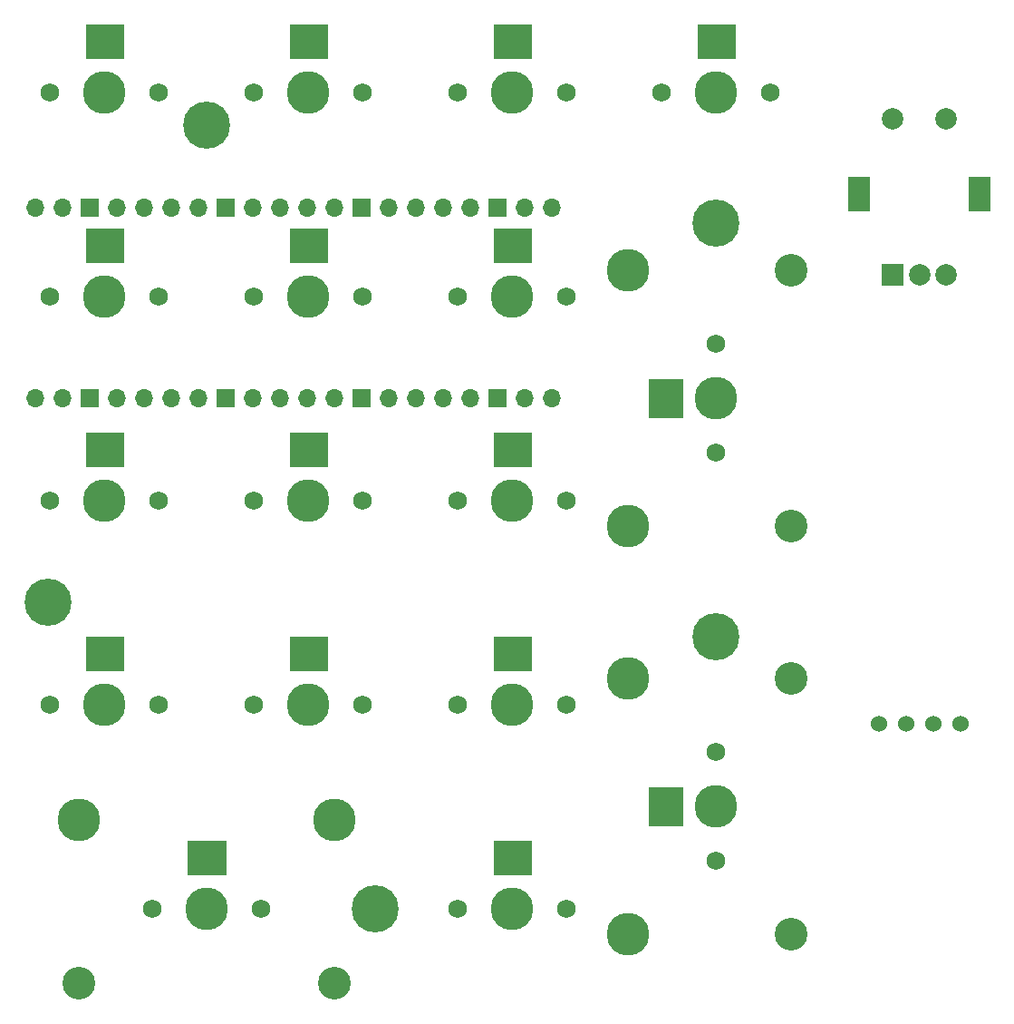
<source format=gts>
G04 #@! TF.GenerationSoftware,KiCad,Pcbnew,(5.1.10)-1*
G04 #@! TF.CreationDate,2022-11-02T19:01:58+01:00*
G04 #@! TF.ProjectId,keyboard,6b657962-6f61-4726-942e-6b696361645f,rev?*
G04 #@! TF.SameCoordinates,Original*
G04 #@! TF.FileFunction,Soldermask,Top*
G04 #@! TF.FilePolarity,Negative*
%FSLAX46Y46*%
G04 Gerber Fmt 4.6, Leading zero omitted, Abs format (unit mm)*
G04 Created by KiCad (PCBNEW (5.1.10)-1) date 2022-11-02 19:01:58*
%MOMM*%
%LPD*%
G01*
G04 APERTURE LIST*
%ADD10C,0.010000*%
%ADD11C,4.400000*%
%ADD12C,0.700000*%
%ADD13C,1.524000*%
%ADD14R,2.000000X2.000000*%
%ADD15C,2.000000*%
%ADD16R,2.000000X3.200000*%
%ADD17O,1.700000X1.700000*%
%ADD18R,1.700000X1.700000*%
%ADD19C,1.750000*%
%ADD20C,3.987800*%
%ADD21C,3.048000*%
G04 APERTURE END LIST*
D10*
G36*
X125455000Y-93630000D02*
G01*
X125455000Y-90130000D01*
X128555000Y-90130000D01*
X128555000Y-93630000D01*
X125455000Y-93630000D01*
G37*
X125455000Y-93630000D02*
X125455000Y-90130000D01*
X128555000Y-90130000D01*
X128555000Y-93630000D01*
X125455000Y-93630000D01*
G36*
X91905000Y-76055000D02*
G01*
X95405000Y-76055000D01*
X95405000Y-79155000D01*
X91905000Y-79155000D01*
X91905000Y-76055000D01*
G37*
X91905000Y-76055000D02*
X95405000Y-76055000D01*
X95405000Y-79155000D01*
X91905000Y-79155000D01*
X91905000Y-76055000D01*
G36*
X91905000Y-95105000D02*
G01*
X95405000Y-95105000D01*
X95405000Y-98205000D01*
X91905000Y-98205000D01*
X91905000Y-95105000D01*
G37*
X91905000Y-95105000D02*
X95405000Y-95105000D01*
X95405000Y-98205000D01*
X91905000Y-98205000D01*
X91905000Y-95105000D01*
G36*
X125455000Y-131730000D02*
G01*
X125455000Y-128230000D01*
X128555000Y-128230000D01*
X128555000Y-131730000D01*
X125455000Y-131730000D01*
G37*
X125455000Y-131730000D02*
X125455000Y-128230000D01*
X128555000Y-128230000D01*
X128555000Y-131730000D01*
X125455000Y-131730000D01*
G36*
X110955000Y-133205000D02*
G01*
X114455000Y-133205000D01*
X114455000Y-136305000D01*
X110955000Y-136305000D01*
X110955000Y-133205000D01*
G37*
X110955000Y-133205000D02*
X114455000Y-133205000D01*
X114455000Y-136305000D01*
X110955000Y-136305000D01*
X110955000Y-133205000D01*
G36*
X82380000Y-133205000D02*
G01*
X85880000Y-133205000D01*
X85880000Y-136305000D01*
X82380000Y-136305000D01*
X82380000Y-133205000D01*
G37*
X82380000Y-133205000D02*
X85880000Y-133205000D01*
X85880000Y-136305000D01*
X82380000Y-136305000D01*
X82380000Y-133205000D01*
G36*
X110955000Y-114155000D02*
G01*
X114455000Y-114155000D01*
X114455000Y-117255000D01*
X110955000Y-117255000D01*
X110955000Y-114155000D01*
G37*
X110955000Y-114155000D02*
X114455000Y-114155000D01*
X114455000Y-117255000D01*
X110955000Y-117255000D01*
X110955000Y-114155000D01*
G36*
X91905000Y-114155000D02*
G01*
X95405000Y-114155000D01*
X95405000Y-117255000D01*
X91905000Y-117255000D01*
X91905000Y-114155000D01*
G37*
X91905000Y-114155000D02*
X95405000Y-114155000D01*
X95405000Y-117255000D01*
X91905000Y-117255000D01*
X91905000Y-114155000D01*
G36*
X72855000Y-114155000D02*
G01*
X76355000Y-114155000D01*
X76355000Y-117255000D01*
X72855000Y-117255000D01*
X72855000Y-114155000D01*
G37*
X72855000Y-114155000D02*
X76355000Y-114155000D01*
X76355000Y-117255000D01*
X72855000Y-117255000D01*
X72855000Y-114155000D01*
G36*
X110955000Y-95105000D02*
G01*
X114455000Y-95105000D01*
X114455000Y-98205000D01*
X110955000Y-98205000D01*
X110955000Y-95105000D01*
G37*
X110955000Y-95105000D02*
X114455000Y-95105000D01*
X114455000Y-98205000D01*
X110955000Y-98205000D01*
X110955000Y-95105000D01*
G36*
X72855000Y-95105000D02*
G01*
X76355000Y-95105000D01*
X76355000Y-98205000D01*
X72855000Y-98205000D01*
X72855000Y-95105000D01*
G37*
X72855000Y-95105000D02*
X76355000Y-95105000D01*
X76355000Y-98205000D01*
X72855000Y-98205000D01*
X72855000Y-95105000D01*
G36*
X110955000Y-76055000D02*
G01*
X114455000Y-76055000D01*
X114455000Y-79155000D01*
X110955000Y-79155000D01*
X110955000Y-76055000D01*
G37*
X110955000Y-76055000D02*
X114455000Y-76055000D01*
X114455000Y-79155000D01*
X110955000Y-79155000D01*
X110955000Y-76055000D01*
G36*
X72855000Y-76055000D02*
G01*
X76355000Y-76055000D01*
X76355000Y-79155000D01*
X72855000Y-79155000D01*
X72855000Y-76055000D01*
G37*
X72855000Y-76055000D02*
X76355000Y-76055000D01*
X76355000Y-79155000D01*
X72855000Y-79155000D01*
X72855000Y-76055000D01*
G36*
X110955000Y-57005000D02*
G01*
X114455000Y-57005000D01*
X114455000Y-60105000D01*
X110955000Y-60105000D01*
X110955000Y-57005000D01*
G37*
X110955000Y-57005000D02*
X114455000Y-57005000D01*
X114455000Y-60105000D01*
X110955000Y-60105000D01*
X110955000Y-57005000D01*
G36*
X91905000Y-57005000D02*
G01*
X95405000Y-57005000D01*
X95405000Y-60105000D01*
X91905000Y-60105000D01*
X91905000Y-57005000D01*
G37*
X91905000Y-57005000D02*
X95405000Y-57005000D01*
X95405000Y-60105000D01*
X91905000Y-60105000D01*
X91905000Y-57005000D01*
G36*
X72855000Y-57005000D02*
G01*
X76355000Y-57005000D01*
X76355000Y-60105000D01*
X72855000Y-60105000D01*
X72855000Y-57005000D01*
G37*
X72855000Y-57005000D02*
X76355000Y-57005000D01*
X76355000Y-60105000D01*
X72855000Y-60105000D01*
X72855000Y-57005000D01*
G36*
X130005000Y-57005000D02*
G01*
X133505000Y-57005000D01*
X133505000Y-60105000D01*
X130005000Y-60105000D01*
X130005000Y-57005000D01*
G37*
X130005000Y-57005000D02*
X133505000Y-57005000D01*
X133505000Y-60105000D01*
X130005000Y-60105000D01*
X130005000Y-57005000D01*
D11*
X69291200Y-110930000D03*
D12*
X70936000Y-110947200D03*
X70452726Y-112113926D03*
X69286000Y-112597200D03*
X68119274Y-112113926D03*
X67636000Y-110947200D03*
X68119274Y-109780474D03*
X69286000Y-109297200D03*
X70452726Y-109780474D03*
X85316926Y-65228874D03*
X84150200Y-64745600D03*
X82983474Y-65228874D03*
X82500200Y-66395600D03*
X82983474Y-67562326D03*
X84150200Y-68045600D03*
X85316926Y-67562326D03*
X85800200Y-66395600D03*
D11*
X84130000Y-66395600D03*
D12*
X101008926Y-138304674D03*
X99842200Y-137821400D03*
X98675474Y-138304674D03*
X98192200Y-139471400D03*
X98675474Y-140638126D03*
X99842200Y-141121400D03*
X101008926Y-140638126D03*
X101492200Y-139471400D03*
D11*
X99847400Y-139505000D03*
X131755000Y-114122200D03*
D12*
X133399800Y-114122200D03*
X132916526Y-115288926D03*
X131749800Y-115772200D03*
X130583074Y-115288926D03*
X130099800Y-114122200D03*
X130583074Y-112955474D03*
X131749800Y-112472200D03*
X132916526Y-112955474D03*
X132941926Y-74322074D03*
X131775200Y-73838800D03*
X130608474Y-74322074D03*
X130125200Y-75488800D03*
X130608474Y-76655526D03*
X131775200Y-77138800D03*
X132941926Y-76655526D03*
X133425200Y-75488800D03*
D11*
X131755000Y-75488800D03*
D13*
X146995000Y-122275000D03*
X149535000Y-122275000D03*
X152075000Y-122275000D03*
X154615000Y-122275000D03*
D14*
X148234400Y-80314800D03*
D15*
X150734400Y-80314800D03*
X153234400Y-80314800D03*
D16*
X145134400Y-72814800D03*
X156334400Y-72814800D03*
D15*
X148234400Y-65814800D03*
X153234400Y-65814800D03*
D17*
X68125000Y-74075000D03*
X101145000Y-74075000D03*
X96065000Y-91855000D03*
X116385000Y-74075000D03*
X78285000Y-91855000D03*
X78285000Y-74075000D03*
X90985000Y-91855000D03*
X90985000Y-74075000D03*
X93525000Y-74075000D03*
X113845000Y-74075000D03*
D18*
X98605000Y-74075000D03*
X73205000Y-91855000D03*
D17*
X103685000Y-74075000D03*
D18*
X73205000Y-74075000D03*
D17*
X80825000Y-91855000D03*
X88445000Y-91855000D03*
D18*
X98605000Y-91855000D03*
D17*
X101145000Y-91855000D03*
X106225000Y-74075000D03*
X80825000Y-74075000D03*
D18*
X111305000Y-74075000D03*
D17*
X108765000Y-74075000D03*
X88445000Y-74075000D03*
D18*
X85905000Y-74075000D03*
D17*
X75745000Y-74075000D03*
X70665000Y-91855000D03*
X75745000Y-91855000D03*
X96065000Y-74075000D03*
X83365000Y-91855000D03*
X93525000Y-91855000D03*
X83365000Y-74075000D03*
X68125000Y-91855000D03*
D18*
X85905000Y-91855000D03*
D17*
X70665000Y-74075000D03*
X113845000Y-91855000D03*
D18*
X111305000Y-91855000D03*
D17*
X108765000Y-91855000D03*
X103685000Y-91855000D03*
X106225000Y-91855000D03*
X116385000Y-91855000D03*
D19*
X69525000Y-63305000D03*
X79685000Y-63305000D03*
D20*
X74605000Y-63305000D03*
D19*
X88575000Y-63305000D03*
X98735000Y-63305000D03*
D20*
X93655000Y-63305000D03*
D19*
X107625000Y-63305000D03*
X117785000Y-63305000D03*
D20*
X112705000Y-63305000D03*
D19*
X126675000Y-63305000D03*
X136835000Y-63305000D03*
D20*
X131755000Y-63305000D03*
D19*
X69525000Y-82355000D03*
X79685000Y-82355000D03*
D20*
X74605000Y-82355000D03*
D19*
X88575000Y-82355000D03*
X98735000Y-82355000D03*
D20*
X93655000Y-82355000D03*
D19*
X107625000Y-82355000D03*
X117785000Y-82355000D03*
D20*
X112705000Y-82355000D03*
D19*
X69525000Y-101405000D03*
X79685000Y-101405000D03*
D20*
X74605000Y-101405000D03*
D19*
X88575000Y-101405000D03*
X98735000Y-101405000D03*
D20*
X93655000Y-101405000D03*
D19*
X107625000Y-101405000D03*
X117785000Y-101405000D03*
D20*
X112705000Y-101405000D03*
D19*
X69525000Y-120455000D03*
X79685000Y-120455000D03*
D20*
X74605000Y-120455000D03*
D19*
X88575000Y-120455000D03*
X98735000Y-120455000D03*
D20*
X93655000Y-120455000D03*
D19*
X107625000Y-120455000D03*
X117785000Y-120455000D03*
D20*
X112705000Y-120455000D03*
X72223750Y-131250000D03*
X96036250Y-131250000D03*
D21*
X72223750Y-146490000D03*
X96036250Y-146490000D03*
D19*
X79050000Y-139505000D03*
X89210000Y-139505000D03*
D20*
X84130000Y-139505000D03*
D19*
X107625000Y-139505000D03*
X117785000Y-139505000D03*
D20*
X112705000Y-139505000D03*
X123500000Y-103786250D03*
X123500000Y-79973750D03*
D21*
X138740000Y-103786250D03*
X138740000Y-79973750D03*
D19*
X131755000Y-96960000D03*
X131755000Y-86800000D03*
D20*
X131755000Y-91880000D03*
X123500000Y-141886250D03*
X123500000Y-118073750D03*
D21*
X138740000Y-141886250D03*
X138740000Y-118073750D03*
D19*
X131755000Y-135060000D03*
X131755000Y-124900000D03*
D20*
X131755000Y-129980000D03*
M02*

</source>
